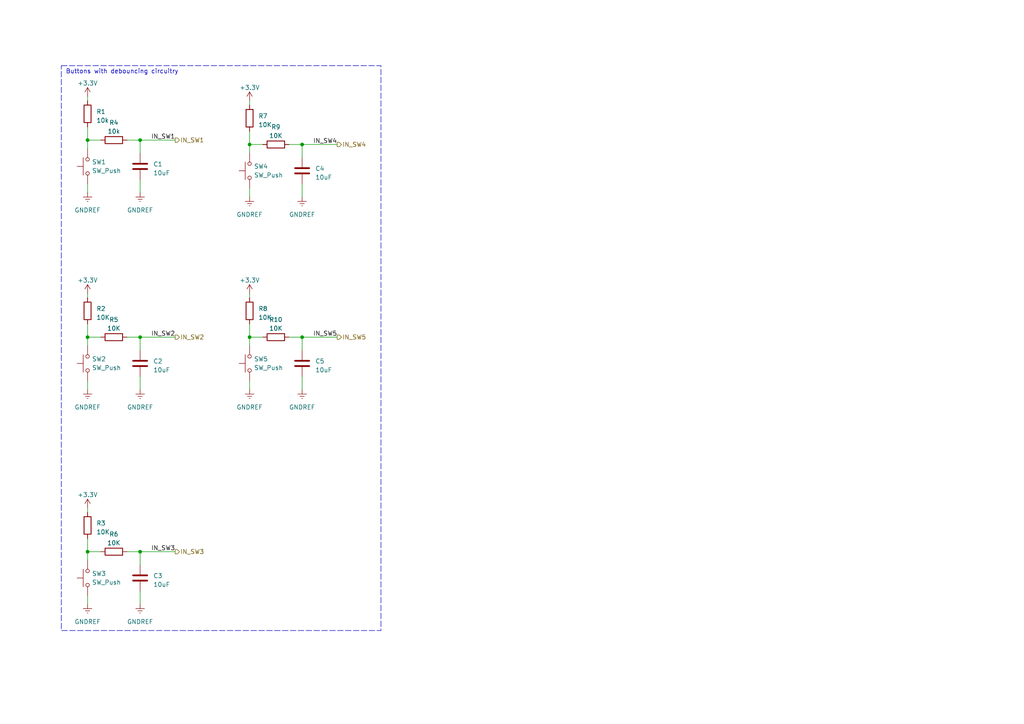
<source format=kicad_sch>
(kicad_sch (version 20230121) (generator eeschema)
  (paper "A4")
  (title_block (title "Greenhouse project FRDM-KL35Z screen") (date "13-03-2023") (rev "v3.0") (company "OnlyPlants") (comment 1 "Author: Emiel Visser"))
  (lib_symbols
    (symbol "Device:C" (pin_numbers hide) (pin_names (offset 0.254))
      (property "Reference" "C" (at 0.635 2.54 0))
      (property "Value" "C" (at 0.635 -2.54 0))
      (symbol "C_0_1"
        (polyline (pts (xy -2.032 -0.762) (xy 2.032 -0.762)) (stroke (width 0.508)))
        (polyline (pts (xy -2.032 0.762) (xy 2.032 0.762)) (stroke (width 0.508)))
      )
      (symbol "C_1_1"
        (pin passive line (at 0 3.81 270) (length 2.794) (name "~") (number "1"))
        (pin passive line (at 0 -3.81 90) (length 2.794) (name "~") (number "2"))
      )
    )
    (symbol "Device:R" (pin_numbers hide) (pin_names (offset 0))
      (property "Reference" "R" (at 2.032 0 90))
      (property "Value" "R" (at 0 0 90))
      (symbol "R_0_1"
        (rectangle (start -1.016 -2.54) (end 1.016 2.54) (stroke (width 0.254)))
      )
      (symbol "R_1_1"
        (pin passive line (at 0 3.81 270) (length 1.27) (name "~") (number "1"))
        (pin passive line (at 0 -3.81 90) (length 1.27) (name "~") (number "2"))
      )
    )
    (symbol "Switch:SW_Push" (pin_numbers hide) (pin_names (offset 1.016) hide)
      (property "Reference" "SW" (at 1.27 2.54 0))
      (property "Value" "SW_Push" (at 0 -1.524 0))
      (symbol "SW_Push_0_1"
        (circle (center -2.032 0) (radius 0.508))
        (polyline (pts (xy 0 1.27) (xy 0 3.048)))
        (polyline (pts (xy 2.54 1.27) (xy -2.54 1.27)))
        (circle (center 2.032 0) (radius 0.508))
        (pin passive line (at -5.08 0 0) (length 2.54) (name "1") (number "1"))
        (pin passive line (at 5.08 0 180) (length 2.54) (name "2") (number "2"))
      )
    )
    (symbol "power:+3.3V" (power) (pin_names (offset 0))
      (property "Value" "+3.3V" (at 0 3.556 0))
      (symbol "+3.3V_0_1"
        (polyline (pts (xy -0.762 1.27) (xy 0 2.54)))
        (polyline (pts (xy 0 0) (xy 0 2.54)))
        (polyline (pts (xy 0 2.54) (xy 0.762 1.27)))
      )
      (symbol "+3.3V_1_1"
        (pin power_in line (at 0 0 90) (length 0) hide (name "+3.3V") (number "1"))
      )
    )
    (symbol "power:GNDREF" (power) (pin_names (offset 0))
      (property "Value" "GNDREF" (at 0 -3.81 0))
      (symbol "GNDREF_0_1"
        (polyline (pts (xy -0.635 -1.905) (xy 0.635 -1.905)))
        (polyline (pts (xy -0.127 -2.54) (xy 0.127 -2.54)))
        (polyline (pts (xy 0 -1.27) (xy 0 0)))
        (polyline (pts (xy 1.27 -1.27) (xy -1.27 -1.27)))
      )
      (symbol "GNDREF_1_1"
        (pin power_in line (at 0 0 270) (length 0) hide (name "GNDREF") (number "1"))
      )
    )
  )
  (junction (at 40.64 40.64))
  (junction (at 40.64 160.02))
  (junction (at 87.63 97.79))
  (junction (at 25.4 40.64))
  (junction (at 25.4 97.79))
  (junction (at 72.39 41.91))
  (junction (at 87.63 41.91))
  (junction (at 72.39 97.79))
  (junction (at 40.64 97.79))
  (junction (at 25.4 160.02))
  (wire (pts (xy 25.4 172.72) (xy 25.4 175.26)))
  (wire (pts (xy 40.64 52.07) (xy 40.64 55.88)))
  (wire (pts (xy 87.63 53.34) (xy 87.63 57.15)))
  (wire (pts (xy 40.64 40.64) (xy 50.8 40.64)))
  (wire (pts (xy 36.83 40.64) (xy 40.64 40.64)))
  (wire (pts (xy 87.63 97.79) (xy 87.63 101.6)))
  (wire (pts (xy 72.39 41.91) (xy 76.2 41.91)))
  (wire (pts (xy 36.83 97.79) (xy 40.64 97.79)))
  (wire (pts (xy 25.4 147.32) (xy 25.4 148.59)))
  (wire (pts (xy 25.4 110.49) (xy 25.4 113.03)))
  (wire (pts (xy 72.39 93.98) (xy 72.39 97.79)))
  (wire (pts (xy 72.39 38.1) (xy 72.39 41.91)))
  (wire (pts (xy 25.4 36.83) (xy 25.4 40.64)))
  (wire (pts (xy 40.64 97.79) (xy 50.8 97.79)))
  (wire (pts (xy 87.63 41.91) (xy 97.79 41.91)))
  (wire (pts (xy 40.64 160.02) (xy 50.8 160.02)))
  (wire (pts (xy 25.4 40.64) (xy 25.4 43.18)))
  (wire (pts (xy 36.83 160.02) (xy 40.64 160.02)))
  (wire (pts (xy 72.39 54.61) (xy 72.39 57.15)))
  (wire (pts (xy 72.39 110.49) (xy 72.39 113.03)))
  (wire (pts (xy 25.4 97.79) (xy 25.4 100.33)))
  (wire (pts (xy 25.4 85.09) (xy 25.4 86.36)))
  (wire (pts (xy 40.64 160.02) (xy 40.64 163.83)))
  (wire (pts (xy 25.4 93.98) (xy 25.4 97.79)))
  (wire (pts (xy 72.39 97.79) (xy 72.39 100.33)))
  (wire (pts (xy 72.39 29.21) (xy 72.39 30.48)))
  (wire (pts (xy 40.64 40.64) (xy 40.64 44.45)))
  (wire (pts (xy 87.63 109.22) (xy 87.63 113.03)))
  (wire (pts (xy 25.4 53.34) (xy 25.4 55.88)))
  (wire (pts (xy 25.4 27.94) (xy 25.4 29.21)))
  (wire (pts (xy 87.63 97.79) (xy 97.79 97.79)))
  (wire (pts (xy 25.4 160.02) (xy 25.4 162.56)))
  (wire (pts (xy 72.39 41.91) (xy 72.39 44.45)))
  (wire (pts (xy 83.82 41.91) (xy 87.63 41.91)))
  (wire (pts (xy 40.64 171.45) (xy 40.64 175.26)))
  (wire (pts (xy 40.64 97.79) (xy 40.64 101.6)))
  (wire (pts (xy 72.39 85.09) (xy 72.39 86.36)))
  (wire (pts (xy 25.4 97.79) (xy 29.21 97.79)))
  (wire (pts (xy 87.63 41.91) (xy 87.63 45.72)))
  (wire (pts (xy 40.64 109.22) (xy 40.64 113.03)))
  (wire (pts (xy 25.4 40.64) (xy 29.21 40.64)))
  (wire (pts (xy 25.4 156.21) (xy 25.4 160.02)))
  (wire (pts (xy 72.39 97.79) (xy 76.2 97.79)))
  (wire (pts (xy 83.82 97.79) (xy 87.63 97.79)))
  (wire (pts (xy 25.4 160.02) (xy 29.21 160.02)))
  (rectangle (start 17.78 19.05) (end 110.49 182.88) (stroke (width 0) (type dash)))
  (text "Buttons with debouncing circuitry" (at 19.05 21.59 0) (effects (font (size 1.27 1.27)) (justify left bottom)))
  (label "IN_SW2" (at 50.8 97.79 180))
  (label "IN_SW5" (at 97.79 97.79 180))
  (label "IN_SW1" (at 50.8 40.64 180))
  (label "IN_SW4" (at 97.79 41.91 180))
  (label "IN_SW3" (at 50.8 160.02 180))
  (hierarchical_label "IN_SW5" (shape output) (at 97.79 97.79 0))
  (hierarchical_label "IN_SW2" (shape output) (at 50.8 97.79 0))
  (hierarchical_label "IN_SW1" (shape output) (at 50.8 40.64 0))
  (hierarchical_label "IN_SW4" (shape output) (at 97.79 41.91 0))
  (hierarchical_label "IN_SW3" (shape output) (at 50.8 160.02 0))
  (symbol (lib_id "Device:R") (at 25.4 90.17 180) (unit 1)
    (property "Reference" "R2" (at 27.94 89.535 0) (effects (justify right)))
    (property "Value" "10K" (at 27.94 92.075 0) (effects (justify right)))
    (property "Footprint" "Resistor_SMD:R_1206_3216Metric_Pad1.30x1.75mm_HandSolder" (effects hide))
  )
  (symbol (lib_id "Device:R") (at 33.02 40.64 90) (unit 1)
    (property "Reference" "R4" (at 33.02 35.56 90))
    (property "Value" "10k" (at 33.02 38.1 90))
    (property "Footprint" "Resistor_SMD:R_1206_3216Metric_Pad1.30x1.75mm_HandSolder" (effects hide))
  )
  (symbol (lib_id "Switch:SW_Push") (at 25.4 167.64 90) (unit 1)
    (property "Reference" "SW3" (at 26.67 166.3699 90) (effects (justify right)))
    (property "Value" "SW_Push" (at 26.67 168.9099 90) (effects (justify right)))
    (property "Footprint" "Button_Switch_THT:SW_PUSH-12mm" (effects hide))
  )
  (symbol (lib_id "power:GNDREF") (at 87.63 113.03 0) (unit 1)
    (property "Reference" "#PWR015" (effects hide))
    (property "Value" "GNDREF" (at 87.63 118.11 0))
    (instances (project "greenhouse_project_screen" (path "" (reference "#PWR015") (unit 1)) (path "" (reference "#PWR028") (unit 1))))
  )
  (symbol (lib_id "Switch:SW_Push") (at 25.4 105.41 90) (unit 1)
    (property "Reference" "SW2" (at 26.67 104.1399 90) (effects (justify right)))
    (property "Value" "SW_Push" (at 26.67 106.6799 90) (effects (justify right)))
    (property "Footprint" "Button_Switch_THT:SW_PUSH-12mm" (effects hide))
  )
  (symbol (lib_id "Device:R") (at 72.39 34.29 180) (unit 1)
    (property "Reference" "R7" (at 74.93 33.655 0) (effects (justify right)))
    (property "Value" "10K" (at 74.93 36.195 0) (effects (justify right)))
    (property "Footprint" "Resistor_SMD:R_1206_3216Metric_Pad1.30x1.75mm_HandSolder" (effects hide))
  )
  (symbol (lib_id "power:GNDREF") (at 25.4 113.03 0) (unit 1)
    (property "Reference" "#PWR04" (effects hide))
    (property "Value" "GNDREF" (at 25.4 118.11 0))
    (instances (project "greenhouse_project_screen" (path "" (reference "#PWR04") (unit 1)) (path "" (reference "#PWR07") (unit 1))))
  )
  (symbol (lib_id "power:GNDREF") (at 72.39 113.03 0) (unit 1)
    (property "Reference" "#PWR013" (effects hide))
    (property "Value" "GNDREF" (at 72.39 118.11 0))
    (instances (project "greenhouse_project_screen" (path "" (reference "#PWR013") (unit 1)) (path "" (reference "#PWR026") (unit 1))))
  )
  (symbol (lib_id "power:+3.3V") (at 25.4 85.09 0) (unit 1)
    (property "Reference" "#PWR06" (effects hide))
    (property "Value" "+3.3V" (at 25.4 81.28 0))
  )
  (symbol (lib_id "power:GNDREF") (at 25.4 175.26 0) (unit 1)
    (property "Reference" "#PWR06" (effects hide))
    (property "Value" "GNDREF" (at 25.4 180.34 0))
    (instances (project "greenhouse_project_screen" (path "" (reference "#PWR06") (unit 1)) (path "" (reference "#PWR09") (unit 1))))
  )
  (symbol (lib_id "Device:C") (at 87.63 49.53 0) (unit 1)
    (property "Reference" "C4" (at 91.44 48.895 0) (effects (justify left)))
    (property "Value" "10uF" (at 91.44 51.435 0) (effects (justify left)))
    (property "Footprint" "Capacitor_SMD:C_1206_3216Metric_Pad1.33x1.80mm_HandSolder" (effects hide))
  )
  (symbol (lib_id "Device:C") (at 40.64 167.64 0) (unit 1)
    (property "Reference" "C3" (at 44.45 167.005 0) (effects (justify left)))
    (property "Value" "10uF" (at 44.45 169.545 0) (effects (justify left)))
    (property "Footprint" "Capacitor_SMD:C_1206_3216Metric_Pad1.33x1.80mm_HandSolder" (effects hide))
  )
  (symbol (lib_id "power:GNDREF") (at 87.63 57.15 0) (unit 1)
    (property "Reference" "#PWR014" (effects hide))
    (property "Value" "GNDREF" (at 87.63 62.23 0))
    (instances (project "greenhouse_project_screen" (path "" (reference "#PWR014") (unit 1)) (path "" (reference "#PWR027") (unit 1))))
  )
  (symbol (lib_id "power:GNDREF") (at 25.4 55.88 0) (unit 1)
    (property "Reference" "#PWR02" (effects hide))
    (property "Value" "GNDREF" (at 25.4 60.96 0))
    (instances (project "greenhouse_project_screen" (path "" (reference "#PWR02") (unit 1)) (path "" (reference "#PWR04") (unit 1))))
  )
  (symbol (lib_id "Device:R") (at 25.4 152.4 180) (unit 1)
    (property "Reference" "R3" (at 27.94 151.765 0) (effects (justify right)))
    (property "Value" "10K" (at 27.94 154.305 0) (effects (justify right)))
    (property "Footprint" "Resistor_SMD:R_1206_3216Metric_Pad1.30x1.75mm_HandSolder" (effects hide))
  )
  (symbol (lib_id "Device:R") (at 80.01 41.91 90) (unit 1)
    (property "Reference" "R9" (at 80.01 36.83 90))
    (property "Value" "10K" (at 80.01 39.37 90))
    (property "Footprint" "Resistor_SMD:R_1206_3216Metric_Pad1.30x1.75mm_HandSolder" (effects hide))
  )
  (symbol (lib_id "Device:R") (at 33.02 160.02 90) (unit 1)
    (property "Reference" "R6" (at 33.02 154.94 90))
    (property "Value" "10K" (at 33.02 157.48 90))
    (property "Footprint" "Resistor_SMD:R_1206_3216Metric_Pad1.30x1.75mm_HandSolder" (effects hide))
  )
  (symbol (lib_id "Device:R") (at 72.39 90.17 180) (unit 1)
    (property "Reference" "R8" (at 74.93 89.535 0) (effects (justify right)))
    (property "Value" "10K" (at 74.93 92.075 0) (effects (justify right)))
    (property "Footprint" "Resistor_SMD:R_1206_3216Metric_Pad1.30x1.75mm_HandSolder" (effects hide))
  )
  (symbol (lib_id "power:GNDREF") (at 40.64 175.26 0) (unit 1)
    (property "Reference" "#PWR09" (effects hide))
    (property "Value" "GNDREF" (at 40.64 180.34 0))
    (instances (project "greenhouse_project_screen" (path "" (reference "#PWR09") (unit 1)) (path "" (reference "#PWR014") (unit 1))))
  )
  (symbol (lib_id "power:GNDREF") (at 72.39 57.15 0) (unit 1)
    (property "Reference" "#PWR011" (effects hide))
    (property "Value" "GNDREF" (at 72.39 62.23 0))
    (instances (project "greenhouse_project_screen" (path "" (reference "#PWR011") (unit 1)) (path "" (reference "#PWR024") (unit 1))))
  )
  (symbol (lib_id "power:+3.3V") (at 25.4 27.94 0) (unit 1)
    (property "Reference" "#PWR015" (effects hide))
    (property "Value" "+3.3V" (at 25.4 24.13 0))
  )
  (symbol (lib_id "power:GNDREF") (at 40.64 113.03 0) (unit 1)
    (property "Reference" "#PWR08" (effects hide))
    (property "Value" "GNDREF" (at 40.64 118.11 0))
    (instances (project "greenhouse_project_screen" (path "" (reference "#PWR08") (unit 1)) (path "" (reference "#PWR013") (unit 1))))
  )
  (symbol (lib_id "Switch:SW_Push") (at 72.39 105.41 90) (unit 1)
    (property "Reference" "SW5" (at 73.66 104.1399 90) (effects (justify right)))
    (property "Value" "SW_Push" (at 73.66 106.6799 90) (effects (justify right)))
    (property "Footprint" "Button_Switch_THT:SW_PUSH-12mm" (effects hide))
  )
  (symbol (lib_id "Switch:SW_Push") (at 25.4 48.26 90) (unit 1)
    (property "Reference" "SW1" (at 26.67 46.9899 90) (effects (justify right)))
    (property "Value" "SW_Push" (at 26.67 49.5299 90) (effects (justify right)))
    (property "Footprint" "Button_Switch_THT:SW_PUSH-12mm" (effects hide))
  )
  (symbol (lib_id "power:+3.3V") (at 72.39 85.09 0) (unit 1)
    (property "Reference" "#PWR08" (effects hide))
    (property "Value" "+3.3V" (at 72.39 81.28 0))
  )
  (symbol (lib_id "Device:C") (at 40.64 48.26 0) (unit 1)
    (property "Reference" "C1" (at 44.45 47.625 0) (effects (justify left)))
    (property "Value" "10uF" (at 44.45 50.165 0) (effects (justify left)))
    (property "Footprint" "Capacitor_SMD:C_1206_3216Metric_Pad1.33x1.80mm_HandSolder" (effects hide))
  )
  (symbol (lib_id "power:+3.3V") (at 72.39 29.21 0) (unit 1)
    (property "Reference" "#PWR012" (effects hide))
    (property "Value" "+3.3V" (at 72.39 25.4 0))
  )
  (symbol (lib_id "Device:R") (at 33.02 97.79 90) (unit 1)
    (property "Reference" "R5" (at 33.02 92.71 90))
    (property "Value" "10K" (at 33.02 95.25 90))
    (property "Footprint" "Resistor_SMD:R_1206_3216Metric_Pad1.30x1.75mm_HandSolder" (effects hide))
  )
  (symbol (lib_id "power:+3.3V") (at 25.4 147.32 0) (unit 1)
    (property "Reference" "#PWR02" (effects hide))
    (property "Value" "+3.3V" (at 25.4 143.51 0))
  )
  (symbol (lib_id "Device:C") (at 40.64 105.41 0) (unit 1)
    (property "Reference" "C2" (at 44.45 104.775 0) (effects (justify left)))
    (property "Value" "10uF" (at 44.45 107.315 0) (effects (justify left)))
    (property "Footprint" "Capacitor_SMD:C_1206_3216Metric_Pad1.33x1.80mm_HandSolder" (effects hide))
  )
  (symbol (lib_id "Switch:SW_Push") (at 72.39 49.53 90) (unit 1)
    (property "Reference" "SW4" (at 73.66 48.2599 90) (effects (justify right)))
    (property "Value" "SW_Push" (at 73.66 50.7999 90) (effects (justify right)))
    (property "Footprint" "Button_Switch_THT:SW_PUSH-12mm" (effects hide))
  )
  (symbol (lib_id "Device:C") (at 87.63 105.41 0) (unit 1)
    (property "Reference" "C5" (at 91.44 104.775 0) (effects (justify left)))
    (property "Value" "10uF" (at 91.44 107.315 0) (effects (justify left)))
    (property "Footprint" "Capacitor_SMD:C_1206_3216Metric_Pad1.33x1.80mm_HandSolder" (effects hide))
  )
  (symbol (lib_id "Device:R") (at 25.4 33.02 180) (unit 1)
    (property "Reference" "R1" (at 27.94 32.385 0) (effects (justify right)))
    (property "Value" "10k" (at 27.94 34.925 0) (effects (justify right)))
    (property "Footprint" "Resistor_SMD:R_1206_3216Metric_Pad1.30x1.75mm_HandSolder" (effects hide))
  )
  (symbol (lib_id "Device:R") (at 80.01 97.79 90) (unit 1)
    (property "Reference" "R10" (at 80.01 92.71 90))
    (property "Value" "10K" (at 80.01 95.25 90))
    (property "Footprint" "Resistor_SMD:R_1206_3216Metric_Pad1.30x1.75mm_HandSolder" (effects hide))
  )
  (symbol (lib_id "power:GNDREF") (at 40.64 55.88 0) (unit 1)
    (property "Reference" "#PWR07" (effects hide))
    (property "Value" "GNDREF" (at 40.64 60.96 0))
    (instances (project "greenhouse_project_screen" (path "" (reference "#PWR07") (unit 1)) (path "" (reference "#PWR011") (unit 1))))
  )
)
</source>
